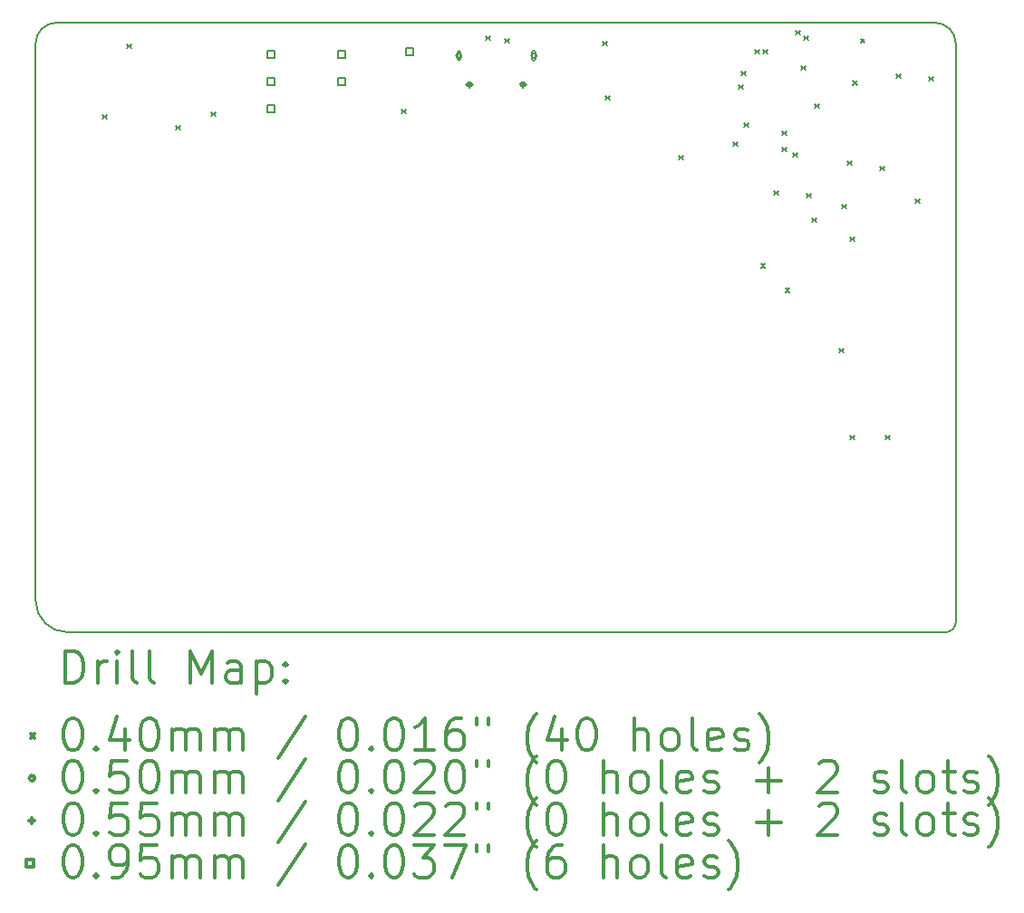
<source format=gbr>
%FSLAX45Y45*%
G04 Gerber Fmt 4.5, Leading zero omitted, Abs format (unit mm)*
G04 Created by KiCad (PCBNEW (5.0.1-3-g963ef8bb5)) date Friday, 30 November 2018 at 08:58:49*
%MOMM*%
%LPD*%
G01*
G04 APERTURE LIST*
%ADD10C,0.150000*%
%ADD11C,0.200000*%
%ADD12C,0.300000*%
G04 APERTURE END LIST*
D10*
X11924500Y-12519900D02*
G75*
G03X12224500Y-12819900I300000J0D01*
G01*
X20424500Y-12819900D02*
G75*
G03X20524500Y-12719900I0J100000D01*
G01*
X20424500Y-12819900D02*
X12224500Y-12819900D01*
X20524500Y-7319900D02*
X20524500Y-12719900D01*
X20324500Y-7119900D02*
X12124500Y-7119900D01*
X20524500Y-7319900D02*
G75*
G03X20324500Y-7119900I-200000J0D01*
G01*
X11924500Y-12519900D02*
X11924500Y-7319900D01*
X12124500Y-7119900D02*
G75*
G03X11924500Y-7319900I0J-200000D01*
G01*
D11*
X12553000Y-7981000D02*
X12593000Y-8021000D01*
X12593000Y-7981000D02*
X12553000Y-8021000D01*
X12781600Y-7320600D02*
X12821600Y-7360600D01*
X12821600Y-7320600D02*
X12781600Y-7360600D01*
X13238800Y-8082600D02*
X13278800Y-8122600D01*
X13278800Y-8082600D02*
X13238800Y-8122600D01*
X13569000Y-7955600D02*
X13609000Y-7995600D01*
X13609000Y-7955600D02*
X13569000Y-7995600D01*
X15343000Y-7930200D02*
X15383000Y-7970200D01*
X15383000Y-7930200D02*
X15343000Y-7970200D01*
X16130000Y-7245000D02*
X16170000Y-7285000D01*
X16170000Y-7245000D02*
X16130000Y-7285000D01*
X16312200Y-7269800D02*
X16352200Y-7309800D01*
X16352200Y-7269800D02*
X16312200Y-7309800D01*
X17226600Y-7295200D02*
X17266600Y-7335200D01*
X17266600Y-7295200D02*
X17226600Y-7335200D01*
X17252000Y-7803200D02*
X17292000Y-7843200D01*
X17292000Y-7803200D02*
X17252000Y-7843200D01*
X17937800Y-8362000D02*
X17977800Y-8402000D01*
X17977800Y-8362000D02*
X17937800Y-8402000D01*
X18445800Y-8235000D02*
X18485800Y-8275000D01*
X18485800Y-8235000D02*
X18445800Y-8275000D01*
X18496600Y-7701600D02*
X18536600Y-7741600D01*
X18536600Y-7701600D02*
X18496600Y-7741600D01*
X18522000Y-7574600D02*
X18562000Y-7614600D01*
X18562000Y-7574600D02*
X18522000Y-7614600D01*
X18547400Y-8057200D02*
X18587400Y-8097200D01*
X18587400Y-8057200D02*
X18547400Y-8097200D01*
X18649000Y-7371400D02*
X18689000Y-7411400D01*
X18689000Y-7371400D02*
X18649000Y-7411400D01*
X18701000Y-9376000D02*
X18741000Y-9416000D01*
X18741000Y-9376000D02*
X18701000Y-9416000D01*
X18725200Y-7371400D02*
X18765200Y-7411400D01*
X18765200Y-7371400D02*
X18725200Y-7411400D01*
X18826800Y-8692200D02*
X18866800Y-8732200D01*
X18866800Y-8692200D02*
X18826800Y-8732200D01*
X18903000Y-8133400D02*
X18943000Y-8173400D01*
X18943000Y-8133400D02*
X18903000Y-8173400D01*
X18903000Y-8285800D02*
X18943000Y-8325800D01*
X18943000Y-8285800D02*
X18903000Y-8325800D01*
X18930000Y-9603000D02*
X18970000Y-9643000D01*
X18970000Y-9603000D02*
X18930000Y-9643000D01*
X19004600Y-8336600D02*
X19044600Y-8376600D01*
X19044600Y-8336600D02*
X19004600Y-8376600D01*
X19030000Y-7193600D02*
X19070000Y-7233600D01*
X19070000Y-7193600D02*
X19030000Y-7233600D01*
X19080800Y-7523800D02*
X19120800Y-7563800D01*
X19120800Y-7523800D02*
X19080800Y-7563800D01*
X19106200Y-7244400D02*
X19146200Y-7284400D01*
X19146200Y-7244400D02*
X19106200Y-7284400D01*
X19131600Y-8717600D02*
X19171600Y-8757600D01*
X19171600Y-8717600D02*
X19131600Y-8757600D01*
X19182400Y-8946200D02*
X19222400Y-8986200D01*
X19222400Y-8946200D02*
X19182400Y-8986200D01*
X19207800Y-7879400D02*
X19247800Y-7919400D01*
X19247800Y-7879400D02*
X19207800Y-7919400D01*
X19436400Y-10165400D02*
X19476400Y-10205400D01*
X19476400Y-10165400D02*
X19436400Y-10205400D01*
X19461800Y-8819200D02*
X19501800Y-8859200D01*
X19501800Y-8819200D02*
X19461800Y-8859200D01*
X19512600Y-8412800D02*
X19552600Y-8452800D01*
X19552600Y-8412800D02*
X19512600Y-8452800D01*
X19538000Y-9124000D02*
X19578000Y-9164000D01*
X19578000Y-9124000D02*
X19538000Y-9164000D01*
X19538000Y-10978200D02*
X19578000Y-11018200D01*
X19578000Y-10978200D02*
X19538000Y-11018200D01*
X19563400Y-7661000D02*
X19603400Y-7701000D01*
X19603400Y-7661000D02*
X19563400Y-7701000D01*
X19633200Y-7269800D02*
X19673200Y-7309800D01*
X19673200Y-7269800D02*
X19633200Y-7309800D01*
X19817400Y-8463600D02*
X19857400Y-8503600D01*
X19857400Y-8463600D02*
X19817400Y-8503600D01*
X19868200Y-10978200D02*
X19908200Y-11018200D01*
X19908200Y-10978200D02*
X19868200Y-11018200D01*
X19969800Y-7600000D02*
X20009800Y-7640000D01*
X20009800Y-7600000D02*
X19969800Y-7640000D01*
X20147600Y-8768400D02*
X20187600Y-8808400D01*
X20187600Y-8768400D02*
X20147600Y-8808400D01*
X20274600Y-7625400D02*
X20314600Y-7665400D01*
X20314600Y-7625400D02*
X20274600Y-7665400D01*
X15905510Y-7430054D02*
G75*
G03X15905510Y-7430054I-25000J0D01*
G01*
X15865510Y-7397554D02*
X15865510Y-7462554D01*
X15895510Y-7397554D02*
X15895510Y-7462554D01*
X15865510Y-7462554D02*
G75*
G03X15895510Y-7462554I15000J0D01*
G01*
X15895510Y-7397554D02*
G75*
G03X15865510Y-7397554I-15000J0D01*
G01*
X16605510Y-7430054D02*
G75*
G03X16605510Y-7430054I-25000J0D01*
G01*
X16565510Y-7397554D02*
X16565510Y-7462554D01*
X16595510Y-7397554D02*
X16595510Y-7462554D01*
X16565510Y-7462554D02*
G75*
G03X16595510Y-7462554I15000J0D01*
G01*
X16595510Y-7397554D02*
G75*
G03X16565510Y-7397554I-15000J0D01*
G01*
X15980510Y-7672554D02*
X15980510Y-7727554D01*
X15953010Y-7700054D02*
X16008010Y-7700054D01*
X15995510Y-7682554D02*
X15965510Y-7682554D01*
X15995510Y-7717554D02*
X15965510Y-7717554D01*
X15965510Y-7682554D02*
G75*
G03X15965510Y-7717554I0J-17500D01*
G01*
X15995510Y-7717554D02*
G75*
G03X15995510Y-7682554I0J17500D01*
G01*
X16480510Y-7672554D02*
X16480510Y-7727554D01*
X16453010Y-7700054D02*
X16508010Y-7700054D01*
X16495510Y-7682554D02*
X16465510Y-7682554D01*
X16495510Y-7717554D02*
X16465510Y-7717554D01*
X16465510Y-7682554D02*
G75*
G03X16465510Y-7717554I0J-17500D01*
G01*
X16495510Y-7717554D02*
G75*
G03X16495510Y-7682554I0J17500D01*
G01*
X14816388Y-7450388D02*
X14816388Y-7383212D01*
X14749212Y-7383212D01*
X14749212Y-7450388D01*
X14816388Y-7450388D01*
X14816388Y-7704388D02*
X14816388Y-7637212D01*
X14749212Y-7637212D01*
X14749212Y-7704388D01*
X14816388Y-7704388D01*
X15451388Y-7424988D02*
X15451388Y-7357812D01*
X15384212Y-7357812D01*
X15384212Y-7424988D01*
X15451388Y-7424988D01*
X14155988Y-7450388D02*
X14155988Y-7383212D01*
X14088812Y-7383212D01*
X14088812Y-7450388D01*
X14155988Y-7450388D01*
X14155988Y-7704388D02*
X14155988Y-7637212D01*
X14088812Y-7637212D01*
X14088812Y-7704388D01*
X14155988Y-7704388D01*
X14155988Y-7958388D02*
X14155988Y-7891212D01*
X14088812Y-7891212D01*
X14088812Y-7958388D01*
X14155988Y-7958388D01*
D12*
X12203428Y-13293114D02*
X12203428Y-12993114D01*
X12274857Y-12993114D01*
X12317714Y-13007400D01*
X12346286Y-13035971D01*
X12360571Y-13064543D01*
X12374857Y-13121686D01*
X12374857Y-13164543D01*
X12360571Y-13221686D01*
X12346286Y-13250257D01*
X12317714Y-13278829D01*
X12274857Y-13293114D01*
X12203428Y-13293114D01*
X12503428Y-13293114D02*
X12503428Y-13093114D01*
X12503428Y-13150257D02*
X12517714Y-13121686D01*
X12532000Y-13107400D01*
X12560571Y-13093114D01*
X12589143Y-13093114D01*
X12689143Y-13293114D02*
X12689143Y-13093114D01*
X12689143Y-12993114D02*
X12674857Y-13007400D01*
X12689143Y-13021686D01*
X12703428Y-13007400D01*
X12689143Y-12993114D01*
X12689143Y-13021686D01*
X12874857Y-13293114D02*
X12846286Y-13278829D01*
X12832000Y-13250257D01*
X12832000Y-12993114D01*
X13032000Y-13293114D02*
X13003428Y-13278829D01*
X12989143Y-13250257D01*
X12989143Y-12993114D01*
X13374857Y-13293114D02*
X13374857Y-12993114D01*
X13474857Y-13207400D01*
X13574857Y-12993114D01*
X13574857Y-13293114D01*
X13846286Y-13293114D02*
X13846286Y-13135971D01*
X13832000Y-13107400D01*
X13803428Y-13093114D01*
X13746286Y-13093114D01*
X13717714Y-13107400D01*
X13846286Y-13278829D02*
X13817714Y-13293114D01*
X13746286Y-13293114D01*
X13717714Y-13278829D01*
X13703428Y-13250257D01*
X13703428Y-13221686D01*
X13717714Y-13193114D01*
X13746286Y-13178829D01*
X13817714Y-13178829D01*
X13846286Y-13164543D01*
X13989143Y-13093114D02*
X13989143Y-13393114D01*
X13989143Y-13107400D02*
X14017714Y-13093114D01*
X14074857Y-13093114D01*
X14103428Y-13107400D01*
X14117714Y-13121686D01*
X14132000Y-13150257D01*
X14132000Y-13235971D01*
X14117714Y-13264543D01*
X14103428Y-13278829D01*
X14074857Y-13293114D01*
X14017714Y-13293114D01*
X13989143Y-13278829D01*
X14260571Y-13264543D02*
X14274857Y-13278829D01*
X14260571Y-13293114D01*
X14246286Y-13278829D01*
X14260571Y-13264543D01*
X14260571Y-13293114D01*
X14260571Y-13107400D02*
X14274857Y-13121686D01*
X14260571Y-13135971D01*
X14246286Y-13121686D01*
X14260571Y-13107400D01*
X14260571Y-13135971D01*
X11877000Y-13767400D02*
X11917000Y-13807400D01*
X11917000Y-13767400D02*
X11877000Y-13807400D01*
X12260571Y-13623114D02*
X12289143Y-13623114D01*
X12317714Y-13637400D01*
X12332000Y-13651686D01*
X12346286Y-13680257D01*
X12360571Y-13737400D01*
X12360571Y-13808829D01*
X12346286Y-13865971D01*
X12332000Y-13894543D01*
X12317714Y-13908829D01*
X12289143Y-13923114D01*
X12260571Y-13923114D01*
X12232000Y-13908829D01*
X12217714Y-13894543D01*
X12203428Y-13865971D01*
X12189143Y-13808829D01*
X12189143Y-13737400D01*
X12203428Y-13680257D01*
X12217714Y-13651686D01*
X12232000Y-13637400D01*
X12260571Y-13623114D01*
X12489143Y-13894543D02*
X12503428Y-13908829D01*
X12489143Y-13923114D01*
X12474857Y-13908829D01*
X12489143Y-13894543D01*
X12489143Y-13923114D01*
X12760571Y-13723114D02*
X12760571Y-13923114D01*
X12689143Y-13608829D02*
X12617714Y-13823114D01*
X12803428Y-13823114D01*
X12974857Y-13623114D02*
X13003428Y-13623114D01*
X13032000Y-13637400D01*
X13046286Y-13651686D01*
X13060571Y-13680257D01*
X13074857Y-13737400D01*
X13074857Y-13808829D01*
X13060571Y-13865971D01*
X13046286Y-13894543D01*
X13032000Y-13908829D01*
X13003428Y-13923114D01*
X12974857Y-13923114D01*
X12946286Y-13908829D01*
X12932000Y-13894543D01*
X12917714Y-13865971D01*
X12903428Y-13808829D01*
X12903428Y-13737400D01*
X12917714Y-13680257D01*
X12932000Y-13651686D01*
X12946286Y-13637400D01*
X12974857Y-13623114D01*
X13203428Y-13923114D02*
X13203428Y-13723114D01*
X13203428Y-13751686D02*
X13217714Y-13737400D01*
X13246286Y-13723114D01*
X13289143Y-13723114D01*
X13317714Y-13737400D01*
X13332000Y-13765971D01*
X13332000Y-13923114D01*
X13332000Y-13765971D02*
X13346286Y-13737400D01*
X13374857Y-13723114D01*
X13417714Y-13723114D01*
X13446286Y-13737400D01*
X13460571Y-13765971D01*
X13460571Y-13923114D01*
X13603428Y-13923114D02*
X13603428Y-13723114D01*
X13603428Y-13751686D02*
X13617714Y-13737400D01*
X13646286Y-13723114D01*
X13689143Y-13723114D01*
X13717714Y-13737400D01*
X13732000Y-13765971D01*
X13732000Y-13923114D01*
X13732000Y-13765971D02*
X13746286Y-13737400D01*
X13774857Y-13723114D01*
X13817714Y-13723114D01*
X13846286Y-13737400D01*
X13860571Y-13765971D01*
X13860571Y-13923114D01*
X14446286Y-13608829D02*
X14189143Y-13994543D01*
X14832000Y-13623114D02*
X14860571Y-13623114D01*
X14889143Y-13637400D01*
X14903428Y-13651686D01*
X14917714Y-13680257D01*
X14932000Y-13737400D01*
X14932000Y-13808829D01*
X14917714Y-13865971D01*
X14903428Y-13894543D01*
X14889143Y-13908829D01*
X14860571Y-13923114D01*
X14832000Y-13923114D01*
X14803428Y-13908829D01*
X14789143Y-13894543D01*
X14774857Y-13865971D01*
X14760571Y-13808829D01*
X14760571Y-13737400D01*
X14774857Y-13680257D01*
X14789143Y-13651686D01*
X14803428Y-13637400D01*
X14832000Y-13623114D01*
X15060571Y-13894543D02*
X15074857Y-13908829D01*
X15060571Y-13923114D01*
X15046286Y-13908829D01*
X15060571Y-13894543D01*
X15060571Y-13923114D01*
X15260571Y-13623114D02*
X15289143Y-13623114D01*
X15317714Y-13637400D01*
X15332000Y-13651686D01*
X15346286Y-13680257D01*
X15360571Y-13737400D01*
X15360571Y-13808829D01*
X15346286Y-13865971D01*
X15332000Y-13894543D01*
X15317714Y-13908829D01*
X15289143Y-13923114D01*
X15260571Y-13923114D01*
X15232000Y-13908829D01*
X15217714Y-13894543D01*
X15203428Y-13865971D01*
X15189143Y-13808829D01*
X15189143Y-13737400D01*
X15203428Y-13680257D01*
X15217714Y-13651686D01*
X15232000Y-13637400D01*
X15260571Y-13623114D01*
X15646286Y-13923114D02*
X15474857Y-13923114D01*
X15560571Y-13923114D02*
X15560571Y-13623114D01*
X15532000Y-13665971D01*
X15503428Y-13694543D01*
X15474857Y-13708829D01*
X15903428Y-13623114D02*
X15846286Y-13623114D01*
X15817714Y-13637400D01*
X15803428Y-13651686D01*
X15774857Y-13694543D01*
X15760571Y-13751686D01*
X15760571Y-13865971D01*
X15774857Y-13894543D01*
X15789143Y-13908829D01*
X15817714Y-13923114D01*
X15874857Y-13923114D01*
X15903428Y-13908829D01*
X15917714Y-13894543D01*
X15932000Y-13865971D01*
X15932000Y-13794543D01*
X15917714Y-13765971D01*
X15903428Y-13751686D01*
X15874857Y-13737400D01*
X15817714Y-13737400D01*
X15789143Y-13751686D01*
X15774857Y-13765971D01*
X15760571Y-13794543D01*
X16046286Y-13623114D02*
X16046286Y-13680257D01*
X16160571Y-13623114D02*
X16160571Y-13680257D01*
X16603428Y-14037400D02*
X16589143Y-14023114D01*
X16560571Y-13980257D01*
X16546286Y-13951686D01*
X16532000Y-13908829D01*
X16517714Y-13837400D01*
X16517714Y-13780257D01*
X16532000Y-13708829D01*
X16546286Y-13665971D01*
X16560571Y-13637400D01*
X16589143Y-13594543D01*
X16603428Y-13580257D01*
X16846286Y-13723114D02*
X16846286Y-13923114D01*
X16774857Y-13608829D02*
X16703428Y-13823114D01*
X16889143Y-13823114D01*
X17060571Y-13623114D02*
X17089143Y-13623114D01*
X17117714Y-13637400D01*
X17132000Y-13651686D01*
X17146286Y-13680257D01*
X17160571Y-13737400D01*
X17160571Y-13808829D01*
X17146286Y-13865971D01*
X17132000Y-13894543D01*
X17117714Y-13908829D01*
X17089143Y-13923114D01*
X17060571Y-13923114D01*
X17032000Y-13908829D01*
X17017714Y-13894543D01*
X17003428Y-13865971D01*
X16989143Y-13808829D01*
X16989143Y-13737400D01*
X17003428Y-13680257D01*
X17017714Y-13651686D01*
X17032000Y-13637400D01*
X17060571Y-13623114D01*
X17517714Y-13923114D02*
X17517714Y-13623114D01*
X17646286Y-13923114D02*
X17646286Y-13765971D01*
X17632000Y-13737400D01*
X17603428Y-13723114D01*
X17560571Y-13723114D01*
X17532000Y-13737400D01*
X17517714Y-13751686D01*
X17832000Y-13923114D02*
X17803428Y-13908829D01*
X17789143Y-13894543D01*
X17774857Y-13865971D01*
X17774857Y-13780257D01*
X17789143Y-13751686D01*
X17803428Y-13737400D01*
X17832000Y-13723114D01*
X17874857Y-13723114D01*
X17903428Y-13737400D01*
X17917714Y-13751686D01*
X17932000Y-13780257D01*
X17932000Y-13865971D01*
X17917714Y-13894543D01*
X17903428Y-13908829D01*
X17874857Y-13923114D01*
X17832000Y-13923114D01*
X18103428Y-13923114D02*
X18074857Y-13908829D01*
X18060571Y-13880257D01*
X18060571Y-13623114D01*
X18332000Y-13908829D02*
X18303428Y-13923114D01*
X18246286Y-13923114D01*
X18217714Y-13908829D01*
X18203428Y-13880257D01*
X18203428Y-13765971D01*
X18217714Y-13737400D01*
X18246286Y-13723114D01*
X18303428Y-13723114D01*
X18332000Y-13737400D01*
X18346286Y-13765971D01*
X18346286Y-13794543D01*
X18203428Y-13823114D01*
X18460571Y-13908829D02*
X18489143Y-13923114D01*
X18546286Y-13923114D01*
X18574857Y-13908829D01*
X18589143Y-13880257D01*
X18589143Y-13865971D01*
X18574857Y-13837400D01*
X18546286Y-13823114D01*
X18503428Y-13823114D01*
X18474857Y-13808829D01*
X18460571Y-13780257D01*
X18460571Y-13765971D01*
X18474857Y-13737400D01*
X18503428Y-13723114D01*
X18546286Y-13723114D01*
X18574857Y-13737400D01*
X18689143Y-14037400D02*
X18703428Y-14023114D01*
X18732000Y-13980257D01*
X18746286Y-13951686D01*
X18760571Y-13908829D01*
X18774857Y-13837400D01*
X18774857Y-13780257D01*
X18760571Y-13708829D01*
X18746286Y-13665971D01*
X18732000Y-13637400D01*
X18703428Y-13594543D01*
X18689143Y-13580257D01*
X11917000Y-14183400D02*
G75*
G03X11917000Y-14183400I-25000J0D01*
G01*
X12260571Y-14019114D02*
X12289143Y-14019114D01*
X12317714Y-14033400D01*
X12332000Y-14047686D01*
X12346286Y-14076257D01*
X12360571Y-14133400D01*
X12360571Y-14204829D01*
X12346286Y-14261971D01*
X12332000Y-14290543D01*
X12317714Y-14304829D01*
X12289143Y-14319114D01*
X12260571Y-14319114D01*
X12232000Y-14304829D01*
X12217714Y-14290543D01*
X12203428Y-14261971D01*
X12189143Y-14204829D01*
X12189143Y-14133400D01*
X12203428Y-14076257D01*
X12217714Y-14047686D01*
X12232000Y-14033400D01*
X12260571Y-14019114D01*
X12489143Y-14290543D02*
X12503428Y-14304829D01*
X12489143Y-14319114D01*
X12474857Y-14304829D01*
X12489143Y-14290543D01*
X12489143Y-14319114D01*
X12774857Y-14019114D02*
X12632000Y-14019114D01*
X12617714Y-14161971D01*
X12632000Y-14147686D01*
X12660571Y-14133400D01*
X12732000Y-14133400D01*
X12760571Y-14147686D01*
X12774857Y-14161971D01*
X12789143Y-14190543D01*
X12789143Y-14261971D01*
X12774857Y-14290543D01*
X12760571Y-14304829D01*
X12732000Y-14319114D01*
X12660571Y-14319114D01*
X12632000Y-14304829D01*
X12617714Y-14290543D01*
X12974857Y-14019114D02*
X13003428Y-14019114D01*
X13032000Y-14033400D01*
X13046286Y-14047686D01*
X13060571Y-14076257D01*
X13074857Y-14133400D01*
X13074857Y-14204829D01*
X13060571Y-14261971D01*
X13046286Y-14290543D01*
X13032000Y-14304829D01*
X13003428Y-14319114D01*
X12974857Y-14319114D01*
X12946286Y-14304829D01*
X12932000Y-14290543D01*
X12917714Y-14261971D01*
X12903428Y-14204829D01*
X12903428Y-14133400D01*
X12917714Y-14076257D01*
X12932000Y-14047686D01*
X12946286Y-14033400D01*
X12974857Y-14019114D01*
X13203428Y-14319114D02*
X13203428Y-14119114D01*
X13203428Y-14147686D02*
X13217714Y-14133400D01*
X13246286Y-14119114D01*
X13289143Y-14119114D01*
X13317714Y-14133400D01*
X13332000Y-14161971D01*
X13332000Y-14319114D01*
X13332000Y-14161971D02*
X13346286Y-14133400D01*
X13374857Y-14119114D01*
X13417714Y-14119114D01*
X13446286Y-14133400D01*
X13460571Y-14161971D01*
X13460571Y-14319114D01*
X13603428Y-14319114D02*
X13603428Y-14119114D01*
X13603428Y-14147686D02*
X13617714Y-14133400D01*
X13646286Y-14119114D01*
X13689143Y-14119114D01*
X13717714Y-14133400D01*
X13732000Y-14161971D01*
X13732000Y-14319114D01*
X13732000Y-14161971D02*
X13746286Y-14133400D01*
X13774857Y-14119114D01*
X13817714Y-14119114D01*
X13846286Y-14133400D01*
X13860571Y-14161971D01*
X13860571Y-14319114D01*
X14446286Y-14004829D02*
X14189143Y-14390543D01*
X14832000Y-14019114D02*
X14860571Y-14019114D01*
X14889143Y-14033400D01*
X14903428Y-14047686D01*
X14917714Y-14076257D01*
X14932000Y-14133400D01*
X14932000Y-14204829D01*
X14917714Y-14261971D01*
X14903428Y-14290543D01*
X14889143Y-14304829D01*
X14860571Y-14319114D01*
X14832000Y-14319114D01*
X14803428Y-14304829D01*
X14789143Y-14290543D01*
X14774857Y-14261971D01*
X14760571Y-14204829D01*
X14760571Y-14133400D01*
X14774857Y-14076257D01*
X14789143Y-14047686D01*
X14803428Y-14033400D01*
X14832000Y-14019114D01*
X15060571Y-14290543D02*
X15074857Y-14304829D01*
X15060571Y-14319114D01*
X15046286Y-14304829D01*
X15060571Y-14290543D01*
X15060571Y-14319114D01*
X15260571Y-14019114D02*
X15289143Y-14019114D01*
X15317714Y-14033400D01*
X15332000Y-14047686D01*
X15346286Y-14076257D01*
X15360571Y-14133400D01*
X15360571Y-14204829D01*
X15346286Y-14261971D01*
X15332000Y-14290543D01*
X15317714Y-14304829D01*
X15289143Y-14319114D01*
X15260571Y-14319114D01*
X15232000Y-14304829D01*
X15217714Y-14290543D01*
X15203428Y-14261971D01*
X15189143Y-14204829D01*
X15189143Y-14133400D01*
X15203428Y-14076257D01*
X15217714Y-14047686D01*
X15232000Y-14033400D01*
X15260571Y-14019114D01*
X15474857Y-14047686D02*
X15489143Y-14033400D01*
X15517714Y-14019114D01*
X15589143Y-14019114D01*
X15617714Y-14033400D01*
X15632000Y-14047686D01*
X15646286Y-14076257D01*
X15646286Y-14104829D01*
X15632000Y-14147686D01*
X15460571Y-14319114D01*
X15646286Y-14319114D01*
X15832000Y-14019114D02*
X15860571Y-14019114D01*
X15889143Y-14033400D01*
X15903428Y-14047686D01*
X15917714Y-14076257D01*
X15932000Y-14133400D01*
X15932000Y-14204829D01*
X15917714Y-14261971D01*
X15903428Y-14290543D01*
X15889143Y-14304829D01*
X15860571Y-14319114D01*
X15832000Y-14319114D01*
X15803428Y-14304829D01*
X15789143Y-14290543D01*
X15774857Y-14261971D01*
X15760571Y-14204829D01*
X15760571Y-14133400D01*
X15774857Y-14076257D01*
X15789143Y-14047686D01*
X15803428Y-14033400D01*
X15832000Y-14019114D01*
X16046286Y-14019114D02*
X16046286Y-14076257D01*
X16160571Y-14019114D02*
X16160571Y-14076257D01*
X16603428Y-14433400D02*
X16589143Y-14419114D01*
X16560571Y-14376257D01*
X16546286Y-14347686D01*
X16532000Y-14304829D01*
X16517714Y-14233400D01*
X16517714Y-14176257D01*
X16532000Y-14104829D01*
X16546286Y-14061971D01*
X16560571Y-14033400D01*
X16589143Y-13990543D01*
X16603428Y-13976257D01*
X16774857Y-14019114D02*
X16803428Y-14019114D01*
X16832000Y-14033400D01*
X16846286Y-14047686D01*
X16860571Y-14076257D01*
X16874857Y-14133400D01*
X16874857Y-14204829D01*
X16860571Y-14261971D01*
X16846286Y-14290543D01*
X16832000Y-14304829D01*
X16803428Y-14319114D01*
X16774857Y-14319114D01*
X16746286Y-14304829D01*
X16732000Y-14290543D01*
X16717714Y-14261971D01*
X16703428Y-14204829D01*
X16703428Y-14133400D01*
X16717714Y-14076257D01*
X16732000Y-14047686D01*
X16746286Y-14033400D01*
X16774857Y-14019114D01*
X17232000Y-14319114D02*
X17232000Y-14019114D01*
X17360571Y-14319114D02*
X17360571Y-14161971D01*
X17346286Y-14133400D01*
X17317714Y-14119114D01*
X17274857Y-14119114D01*
X17246286Y-14133400D01*
X17232000Y-14147686D01*
X17546286Y-14319114D02*
X17517714Y-14304829D01*
X17503428Y-14290543D01*
X17489143Y-14261971D01*
X17489143Y-14176257D01*
X17503428Y-14147686D01*
X17517714Y-14133400D01*
X17546286Y-14119114D01*
X17589143Y-14119114D01*
X17617714Y-14133400D01*
X17632000Y-14147686D01*
X17646286Y-14176257D01*
X17646286Y-14261971D01*
X17632000Y-14290543D01*
X17617714Y-14304829D01*
X17589143Y-14319114D01*
X17546286Y-14319114D01*
X17817714Y-14319114D02*
X17789143Y-14304829D01*
X17774857Y-14276257D01*
X17774857Y-14019114D01*
X18046286Y-14304829D02*
X18017714Y-14319114D01*
X17960571Y-14319114D01*
X17932000Y-14304829D01*
X17917714Y-14276257D01*
X17917714Y-14161971D01*
X17932000Y-14133400D01*
X17960571Y-14119114D01*
X18017714Y-14119114D01*
X18046286Y-14133400D01*
X18060571Y-14161971D01*
X18060571Y-14190543D01*
X17917714Y-14219114D01*
X18174857Y-14304829D02*
X18203428Y-14319114D01*
X18260571Y-14319114D01*
X18289143Y-14304829D01*
X18303428Y-14276257D01*
X18303428Y-14261971D01*
X18289143Y-14233400D01*
X18260571Y-14219114D01*
X18217714Y-14219114D01*
X18189143Y-14204829D01*
X18174857Y-14176257D01*
X18174857Y-14161971D01*
X18189143Y-14133400D01*
X18217714Y-14119114D01*
X18260571Y-14119114D01*
X18289143Y-14133400D01*
X18660571Y-14204829D02*
X18889143Y-14204829D01*
X18774857Y-14319114D02*
X18774857Y-14090543D01*
X19246286Y-14047686D02*
X19260571Y-14033400D01*
X19289143Y-14019114D01*
X19360571Y-14019114D01*
X19389143Y-14033400D01*
X19403428Y-14047686D01*
X19417714Y-14076257D01*
X19417714Y-14104829D01*
X19403428Y-14147686D01*
X19232000Y-14319114D01*
X19417714Y-14319114D01*
X19760571Y-14304829D02*
X19789143Y-14319114D01*
X19846286Y-14319114D01*
X19874857Y-14304829D01*
X19889143Y-14276257D01*
X19889143Y-14261971D01*
X19874857Y-14233400D01*
X19846286Y-14219114D01*
X19803428Y-14219114D01*
X19774857Y-14204829D01*
X19760571Y-14176257D01*
X19760571Y-14161971D01*
X19774857Y-14133400D01*
X19803428Y-14119114D01*
X19846286Y-14119114D01*
X19874857Y-14133400D01*
X20060571Y-14319114D02*
X20032000Y-14304829D01*
X20017714Y-14276257D01*
X20017714Y-14019114D01*
X20217714Y-14319114D02*
X20189143Y-14304829D01*
X20174857Y-14290543D01*
X20160571Y-14261971D01*
X20160571Y-14176257D01*
X20174857Y-14147686D01*
X20189143Y-14133400D01*
X20217714Y-14119114D01*
X20260571Y-14119114D01*
X20289143Y-14133400D01*
X20303428Y-14147686D01*
X20317714Y-14176257D01*
X20317714Y-14261971D01*
X20303428Y-14290543D01*
X20289143Y-14304829D01*
X20260571Y-14319114D01*
X20217714Y-14319114D01*
X20403428Y-14119114D02*
X20517714Y-14119114D01*
X20446286Y-14019114D02*
X20446286Y-14276257D01*
X20460571Y-14304829D01*
X20489143Y-14319114D01*
X20517714Y-14319114D01*
X20603428Y-14304829D02*
X20632000Y-14319114D01*
X20689143Y-14319114D01*
X20717714Y-14304829D01*
X20732000Y-14276257D01*
X20732000Y-14261971D01*
X20717714Y-14233400D01*
X20689143Y-14219114D01*
X20646286Y-14219114D01*
X20617714Y-14204829D01*
X20603428Y-14176257D01*
X20603428Y-14161971D01*
X20617714Y-14133400D01*
X20646286Y-14119114D01*
X20689143Y-14119114D01*
X20717714Y-14133400D01*
X20832000Y-14433400D02*
X20846286Y-14419114D01*
X20874857Y-14376257D01*
X20889143Y-14347686D01*
X20903428Y-14304829D01*
X20917714Y-14233400D01*
X20917714Y-14176257D01*
X20903428Y-14104829D01*
X20889143Y-14061971D01*
X20874857Y-14033400D01*
X20846286Y-13990543D01*
X20832000Y-13976257D01*
X11889500Y-14551900D02*
X11889500Y-14606900D01*
X11862000Y-14579400D02*
X11917000Y-14579400D01*
X12260571Y-14415114D02*
X12289143Y-14415114D01*
X12317714Y-14429400D01*
X12332000Y-14443686D01*
X12346286Y-14472257D01*
X12360571Y-14529400D01*
X12360571Y-14600829D01*
X12346286Y-14657971D01*
X12332000Y-14686543D01*
X12317714Y-14700829D01*
X12289143Y-14715114D01*
X12260571Y-14715114D01*
X12232000Y-14700829D01*
X12217714Y-14686543D01*
X12203428Y-14657971D01*
X12189143Y-14600829D01*
X12189143Y-14529400D01*
X12203428Y-14472257D01*
X12217714Y-14443686D01*
X12232000Y-14429400D01*
X12260571Y-14415114D01*
X12489143Y-14686543D02*
X12503428Y-14700829D01*
X12489143Y-14715114D01*
X12474857Y-14700829D01*
X12489143Y-14686543D01*
X12489143Y-14715114D01*
X12774857Y-14415114D02*
X12632000Y-14415114D01*
X12617714Y-14557971D01*
X12632000Y-14543686D01*
X12660571Y-14529400D01*
X12732000Y-14529400D01*
X12760571Y-14543686D01*
X12774857Y-14557971D01*
X12789143Y-14586543D01*
X12789143Y-14657971D01*
X12774857Y-14686543D01*
X12760571Y-14700829D01*
X12732000Y-14715114D01*
X12660571Y-14715114D01*
X12632000Y-14700829D01*
X12617714Y-14686543D01*
X13060571Y-14415114D02*
X12917714Y-14415114D01*
X12903428Y-14557971D01*
X12917714Y-14543686D01*
X12946286Y-14529400D01*
X13017714Y-14529400D01*
X13046286Y-14543686D01*
X13060571Y-14557971D01*
X13074857Y-14586543D01*
X13074857Y-14657971D01*
X13060571Y-14686543D01*
X13046286Y-14700829D01*
X13017714Y-14715114D01*
X12946286Y-14715114D01*
X12917714Y-14700829D01*
X12903428Y-14686543D01*
X13203428Y-14715114D02*
X13203428Y-14515114D01*
X13203428Y-14543686D02*
X13217714Y-14529400D01*
X13246286Y-14515114D01*
X13289143Y-14515114D01*
X13317714Y-14529400D01*
X13332000Y-14557971D01*
X13332000Y-14715114D01*
X13332000Y-14557971D02*
X13346286Y-14529400D01*
X13374857Y-14515114D01*
X13417714Y-14515114D01*
X13446286Y-14529400D01*
X13460571Y-14557971D01*
X13460571Y-14715114D01*
X13603428Y-14715114D02*
X13603428Y-14515114D01*
X13603428Y-14543686D02*
X13617714Y-14529400D01*
X13646286Y-14515114D01*
X13689143Y-14515114D01*
X13717714Y-14529400D01*
X13732000Y-14557971D01*
X13732000Y-14715114D01*
X13732000Y-14557971D02*
X13746286Y-14529400D01*
X13774857Y-14515114D01*
X13817714Y-14515114D01*
X13846286Y-14529400D01*
X13860571Y-14557971D01*
X13860571Y-14715114D01*
X14446286Y-14400829D02*
X14189143Y-14786543D01*
X14832000Y-14415114D02*
X14860571Y-14415114D01*
X14889143Y-14429400D01*
X14903428Y-14443686D01*
X14917714Y-14472257D01*
X14932000Y-14529400D01*
X14932000Y-14600829D01*
X14917714Y-14657971D01*
X14903428Y-14686543D01*
X14889143Y-14700829D01*
X14860571Y-14715114D01*
X14832000Y-14715114D01*
X14803428Y-14700829D01*
X14789143Y-14686543D01*
X14774857Y-14657971D01*
X14760571Y-14600829D01*
X14760571Y-14529400D01*
X14774857Y-14472257D01*
X14789143Y-14443686D01*
X14803428Y-14429400D01*
X14832000Y-14415114D01*
X15060571Y-14686543D02*
X15074857Y-14700829D01*
X15060571Y-14715114D01*
X15046286Y-14700829D01*
X15060571Y-14686543D01*
X15060571Y-14715114D01*
X15260571Y-14415114D02*
X15289143Y-14415114D01*
X15317714Y-14429400D01*
X15332000Y-14443686D01*
X15346286Y-14472257D01*
X15360571Y-14529400D01*
X15360571Y-14600829D01*
X15346286Y-14657971D01*
X15332000Y-14686543D01*
X15317714Y-14700829D01*
X15289143Y-14715114D01*
X15260571Y-14715114D01*
X15232000Y-14700829D01*
X15217714Y-14686543D01*
X15203428Y-14657971D01*
X15189143Y-14600829D01*
X15189143Y-14529400D01*
X15203428Y-14472257D01*
X15217714Y-14443686D01*
X15232000Y-14429400D01*
X15260571Y-14415114D01*
X15474857Y-14443686D02*
X15489143Y-14429400D01*
X15517714Y-14415114D01*
X15589143Y-14415114D01*
X15617714Y-14429400D01*
X15632000Y-14443686D01*
X15646286Y-14472257D01*
X15646286Y-14500829D01*
X15632000Y-14543686D01*
X15460571Y-14715114D01*
X15646286Y-14715114D01*
X15760571Y-14443686D02*
X15774857Y-14429400D01*
X15803428Y-14415114D01*
X15874857Y-14415114D01*
X15903428Y-14429400D01*
X15917714Y-14443686D01*
X15932000Y-14472257D01*
X15932000Y-14500829D01*
X15917714Y-14543686D01*
X15746286Y-14715114D01*
X15932000Y-14715114D01*
X16046286Y-14415114D02*
X16046286Y-14472257D01*
X16160571Y-14415114D02*
X16160571Y-14472257D01*
X16603428Y-14829400D02*
X16589143Y-14815114D01*
X16560571Y-14772257D01*
X16546286Y-14743686D01*
X16532000Y-14700829D01*
X16517714Y-14629400D01*
X16517714Y-14572257D01*
X16532000Y-14500829D01*
X16546286Y-14457971D01*
X16560571Y-14429400D01*
X16589143Y-14386543D01*
X16603428Y-14372257D01*
X16774857Y-14415114D02*
X16803428Y-14415114D01*
X16832000Y-14429400D01*
X16846286Y-14443686D01*
X16860571Y-14472257D01*
X16874857Y-14529400D01*
X16874857Y-14600829D01*
X16860571Y-14657971D01*
X16846286Y-14686543D01*
X16832000Y-14700829D01*
X16803428Y-14715114D01*
X16774857Y-14715114D01*
X16746286Y-14700829D01*
X16732000Y-14686543D01*
X16717714Y-14657971D01*
X16703428Y-14600829D01*
X16703428Y-14529400D01*
X16717714Y-14472257D01*
X16732000Y-14443686D01*
X16746286Y-14429400D01*
X16774857Y-14415114D01*
X17232000Y-14715114D02*
X17232000Y-14415114D01*
X17360571Y-14715114D02*
X17360571Y-14557971D01*
X17346286Y-14529400D01*
X17317714Y-14515114D01*
X17274857Y-14515114D01*
X17246286Y-14529400D01*
X17232000Y-14543686D01*
X17546286Y-14715114D02*
X17517714Y-14700829D01*
X17503428Y-14686543D01*
X17489143Y-14657971D01*
X17489143Y-14572257D01*
X17503428Y-14543686D01*
X17517714Y-14529400D01*
X17546286Y-14515114D01*
X17589143Y-14515114D01*
X17617714Y-14529400D01*
X17632000Y-14543686D01*
X17646286Y-14572257D01*
X17646286Y-14657971D01*
X17632000Y-14686543D01*
X17617714Y-14700829D01*
X17589143Y-14715114D01*
X17546286Y-14715114D01*
X17817714Y-14715114D02*
X17789143Y-14700829D01*
X17774857Y-14672257D01*
X17774857Y-14415114D01*
X18046286Y-14700829D02*
X18017714Y-14715114D01*
X17960571Y-14715114D01*
X17932000Y-14700829D01*
X17917714Y-14672257D01*
X17917714Y-14557971D01*
X17932000Y-14529400D01*
X17960571Y-14515114D01*
X18017714Y-14515114D01*
X18046286Y-14529400D01*
X18060571Y-14557971D01*
X18060571Y-14586543D01*
X17917714Y-14615114D01*
X18174857Y-14700829D02*
X18203428Y-14715114D01*
X18260571Y-14715114D01*
X18289143Y-14700829D01*
X18303428Y-14672257D01*
X18303428Y-14657971D01*
X18289143Y-14629400D01*
X18260571Y-14615114D01*
X18217714Y-14615114D01*
X18189143Y-14600829D01*
X18174857Y-14572257D01*
X18174857Y-14557971D01*
X18189143Y-14529400D01*
X18217714Y-14515114D01*
X18260571Y-14515114D01*
X18289143Y-14529400D01*
X18660571Y-14600829D02*
X18889143Y-14600829D01*
X18774857Y-14715114D02*
X18774857Y-14486543D01*
X19246286Y-14443686D02*
X19260571Y-14429400D01*
X19289143Y-14415114D01*
X19360571Y-14415114D01*
X19389143Y-14429400D01*
X19403428Y-14443686D01*
X19417714Y-14472257D01*
X19417714Y-14500829D01*
X19403428Y-14543686D01*
X19232000Y-14715114D01*
X19417714Y-14715114D01*
X19760571Y-14700829D02*
X19789143Y-14715114D01*
X19846286Y-14715114D01*
X19874857Y-14700829D01*
X19889143Y-14672257D01*
X19889143Y-14657971D01*
X19874857Y-14629400D01*
X19846286Y-14615114D01*
X19803428Y-14615114D01*
X19774857Y-14600829D01*
X19760571Y-14572257D01*
X19760571Y-14557971D01*
X19774857Y-14529400D01*
X19803428Y-14515114D01*
X19846286Y-14515114D01*
X19874857Y-14529400D01*
X20060571Y-14715114D02*
X20032000Y-14700829D01*
X20017714Y-14672257D01*
X20017714Y-14415114D01*
X20217714Y-14715114D02*
X20189143Y-14700829D01*
X20174857Y-14686543D01*
X20160571Y-14657971D01*
X20160571Y-14572257D01*
X20174857Y-14543686D01*
X20189143Y-14529400D01*
X20217714Y-14515114D01*
X20260571Y-14515114D01*
X20289143Y-14529400D01*
X20303428Y-14543686D01*
X20317714Y-14572257D01*
X20317714Y-14657971D01*
X20303428Y-14686543D01*
X20289143Y-14700829D01*
X20260571Y-14715114D01*
X20217714Y-14715114D01*
X20403428Y-14515114D02*
X20517714Y-14515114D01*
X20446286Y-14415114D02*
X20446286Y-14672257D01*
X20460571Y-14700829D01*
X20489143Y-14715114D01*
X20517714Y-14715114D01*
X20603428Y-14700829D02*
X20632000Y-14715114D01*
X20689143Y-14715114D01*
X20717714Y-14700829D01*
X20732000Y-14672257D01*
X20732000Y-14657971D01*
X20717714Y-14629400D01*
X20689143Y-14615114D01*
X20646286Y-14615114D01*
X20617714Y-14600829D01*
X20603428Y-14572257D01*
X20603428Y-14557971D01*
X20617714Y-14529400D01*
X20646286Y-14515114D01*
X20689143Y-14515114D01*
X20717714Y-14529400D01*
X20832000Y-14829400D02*
X20846286Y-14815114D01*
X20874857Y-14772257D01*
X20889143Y-14743686D01*
X20903428Y-14700829D01*
X20917714Y-14629400D01*
X20917714Y-14572257D01*
X20903428Y-14500829D01*
X20889143Y-14457971D01*
X20874857Y-14429400D01*
X20846286Y-14386543D01*
X20832000Y-14372257D01*
X11903088Y-15008988D02*
X11903088Y-14941812D01*
X11835912Y-14941812D01*
X11835912Y-15008988D01*
X11903088Y-15008988D01*
X12260571Y-14811114D02*
X12289143Y-14811114D01*
X12317714Y-14825400D01*
X12332000Y-14839686D01*
X12346286Y-14868257D01*
X12360571Y-14925400D01*
X12360571Y-14996829D01*
X12346286Y-15053971D01*
X12332000Y-15082543D01*
X12317714Y-15096829D01*
X12289143Y-15111114D01*
X12260571Y-15111114D01*
X12232000Y-15096829D01*
X12217714Y-15082543D01*
X12203428Y-15053971D01*
X12189143Y-14996829D01*
X12189143Y-14925400D01*
X12203428Y-14868257D01*
X12217714Y-14839686D01*
X12232000Y-14825400D01*
X12260571Y-14811114D01*
X12489143Y-15082543D02*
X12503428Y-15096829D01*
X12489143Y-15111114D01*
X12474857Y-15096829D01*
X12489143Y-15082543D01*
X12489143Y-15111114D01*
X12646286Y-15111114D02*
X12703428Y-15111114D01*
X12732000Y-15096829D01*
X12746286Y-15082543D01*
X12774857Y-15039686D01*
X12789143Y-14982543D01*
X12789143Y-14868257D01*
X12774857Y-14839686D01*
X12760571Y-14825400D01*
X12732000Y-14811114D01*
X12674857Y-14811114D01*
X12646286Y-14825400D01*
X12632000Y-14839686D01*
X12617714Y-14868257D01*
X12617714Y-14939686D01*
X12632000Y-14968257D01*
X12646286Y-14982543D01*
X12674857Y-14996829D01*
X12732000Y-14996829D01*
X12760571Y-14982543D01*
X12774857Y-14968257D01*
X12789143Y-14939686D01*
X13060571Y-14811114D02*
X12917714Y-14811114D01*
X12903428Y-14953971D01*
X12917714Y-14939686D01*
X12946286Y-14925400D01*
X13017714Y-14925400D01*
X13046286Y-14939686D01*
X13060571Y-14953971D01*
X13074857Y-14982543D01*
X13074857Y-15053971D01*
X13060571Y-15082543D01*
X13046286Y-15096829D01*
X13017714Y-15111114D01*
X12946286Y-15111114D01*
X12917714Y-15096829D01*
X12903428Y-15082543D01*
X13203428Y-15111114D02*
X13203428Y-14911114D01*
X13203428Y-14939686D02*
X13217714Y-14925400D01*
X13246286Y-14911114D01*
X13289143Y-14911114D01*
X13317714Y-14925400D01*
X13332000Y-14953971D01*
X13332000Y-15111114D01*
X13332000Y-14953971D02*
X13346286Y-14925400D01*
X13374857Y-14911114D01*
X13417714Y-14911114D01*
X13446286Y-14925400D01*
X13460571Y-14953971D01*
X13460571Y-15111114D01*
X13603428Y-15111114D02*
X13603428Y-14911114D01*
X13603428Y-14939686D02*
X13617714Y-14925400D01*
X13646286Y-14911114D01*
X13689143Y-14911114D01*
X13717714Y-14925400D01*
X13732000Y-14953971D01*
X13732000Y-15111114D01*
X13732000Y-14953971D02*
X13746286Y-14925400D01*
X13774857Y-14911114D01*
X13817714Y-14911114D01*
X13846286Y-14925400D01*
X13860571Y-14953971D01*
X13860571Y-15111114D01*
X14446286Y-14796829D02*
X14189143Y-15182543D01*
X14832000Y-14811114D02*
X14860571Y-14811114D01*
X14889143Y-14825400D01*
X14903428Y-14839686D01*
X14917714Y-14868257D01*
X14932000Y-14925400D01*
X14932000Y-14996829D01*
X14917714Y-15053971D01*
X14903428Y-15082543D01*
X14889143Y-15096829D01*
X14860571Y-15111114D01*
X14832000Y-15111114D01*
X14803428Y-15096829D01*
X14789143Y-15082543D01*
X14774857Y-15053971D01*
X14760571Y-14996829D01*
X14760571Y-14925400D01*
X14774857Y-14868257D01*
X14789143Y-14839686D01*
X14803428Y-14825400D01*
X14832000Y-14811114D01*
X15060571Y-15082543D02*
X15074857Y-15096829D01*
X15060571Y-15111114D01*
X15046286Y-15096829D01*
X15060571Y-15082543D01*
X15060571Y-15111114D01*
X15260571Y-14811114D02*
X15289143Y-14811114D01*
X15317714Y-14825400D01*
X15332000Y-14839686D01*
X15346286Y-14868257D01*
X15360571Y-14925400D01*
X15360571Y-14996829D01*
X15346286Y-15053971D01*
X15332000Y-15082543D01*
X15317714Y-15096829D01*
X15289143Y-15111114D01*
X15260571Y-15111114D01*
X15232000Y-15096829D01*
X15217714Y-15082543D01*
X15203428Y-15053971D01*
X15189143Y-14996829D01*
X15189143Y-14925400D01*
X15203428Y-14868257D01*
X15217714Y-14839686D01*
X15232000Y-14825400D01*
X15260571Y-14811114D01*
X15460571Y-14811114D02*
X15646286Y-14811114D01*
X15546286Y-14925400D01*
X15589143Y-14925400D01*
X15617714Y-14939686D01*
X15632000Y-14953971D01*
X15646286Y-14982543D01*
X15646286Y-15053971D01*
X15632000Y-15082543D01*
X15617714Y-15096829D01*
X15589143Y-15111114D01*
X15503428Y-15111114D01*
X15474857Y-15096829D01*
X15460571Y-15082543D01*
X15746286Y-14811114D02*
X15946286Y-14811114D01*
X15817714Y-15111114D01*
X16046286Y-14811114D02*
X16046286Y-14868257D01*
X16160571Y-14811114D02*
X16160571Y-14868257D01*
X16603428Y-15225400D02*
X16589143Y-15211114D01*
X16560571Y-15168257D01*
X16546286Y-15139686D01*
X16532000Y-15096829D01*
X16517714Y-15025400D01*
X16517714Y-14968257D01*
X16532000Y-14896829D01*
X16546286Y-14853971D01*
X16560571Y-14825400D01*
X16589143Y-14782543D01*
X16603428Y-14768257D01*
X16846286Y-14811114D02*
X16789143Y-14811114D01*
X16760571Y-14825400D01*
X16746286Y-14839686D01*
X16717714Y-14882543D01*
X16703428Y-14939686D01*
X16703428Y-15053971D01*
X16717714Y-15082543D01*
X16732000Y-15096829D01*
X16760571Y-15111114D01*
X16817714Y-15111114D01*
X16846286Y-15096829D01*
X16860571Y-15082543D01*
X16874857Y-15053971D01*
X16874857Y-14982543D01*
X16860571Y-14953971D01*
X16846286Y-14939686D01*
X16817714Y-14925400D01*
X16760571Y-14925400D01*
X16732000Y-14939686D01*
X16717714Y-14953971D01*
X16703428Y-14982543D01*
X17232000Y-15111114D02*
X17232000Y-14811114D01*
X17360571Y-15111114D02*
X17360571Y-14953971D01*
X17346286Y-14925400D01*
X17317714Y-14911114D01*
X17274857Y-14911114D01*
X17246286Y-14925400D01*
X17232000Y-14939686D01*
X17546286Y-15111114D02*
X17517714Y-15096829D01*
X17503428Y-15082543D01*
X17489143Y-15053971D01*
X17489143Y-14968257D01*
X17503428Y-14939686D01*
X17517714Y-14925400D01*
X17546286Y-14911114D01*
X17589143Y-14911114D01*
X17617714Y-14925400D01*
X17632000Y-14939686D01*
X17646286Y-14968257D01*
X17646286Y-15053971D01*
X17632000Y-15082543D01*
X17617714Y-15096829D01*
X17589143Y-15111114D01*
X17546286Y-15111114D01*
X17817714Y-15111114D02*
X17789143Y-15096829D01*
X17774857Y-15068257D01*
X17774857Y-14811114D01*
X18046286Y-15096829D02*
X18017714Y-15111114D01*
X17960571Y-15111114D01*
X17932000Y-15096829D01*
X17917714Y-15068257D01*
X17917714Y-14953971D01*
X17932000Y-14925400D01*
X17960571Y-14911114D01*
X18017714Y-14911114D01*
X18046286Y-14925400D01*
X18060571Y-14953971D01*
X18060571Y-14982543D01*
X17917714Y-15011114D01*
X18174857Y-15096829D02*
X18203428Y-15111114D01*
X18260571Y-15111114D01*
X18289143Y-15096829D01*
X18303428Y-15068257D01*
X18303428Y-15053971D01*
X18289143Y-15025400D01*
X18260571Y-15011114D01*
X18217714Y-15011114D01*
X18189143Y-14996829D01*
X18174857Y-14968257D01*
X18174857Y-14953971D01*
X18189143Y-14925400D01*
X18217714Y-14911114D01*
X18260571Y-14911114D01*
X18289143Y-14925400D01*
X18403428Y-15225400D02*
X18417714Y-15211114D01*
X18446286Y-15168257D01*
X18460571Y-15139686D01*
X18474857Y-15096829D01*
X18489143Y-15025400D01*
X18489143Y-14968257D01*
X18474857Y-14896829D01*
X18460571Y-14853971D01*
X18446286Y-14825400D01*
X18417714Y-14782543D01*
X18403428Y-14768257D01*
M02*

</source>
